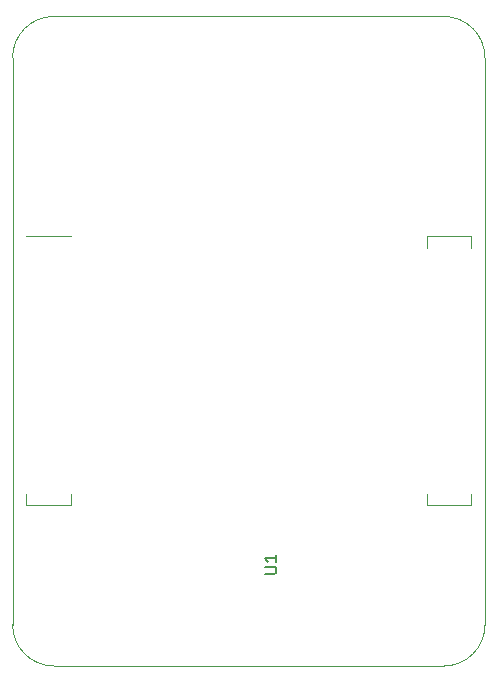
<source format=gto>
G04 #@! TF.GenerationSoftware,KiCad,Pcbnew,(5.1.10)-1*
G04 #@! TF.CreationDate,2022-01-13T23:05:02-08:00*
G04 #@! TF.ProjectId,PI-CM4Stencil,50492d43-4d34-4537-9465-6e63696c2e6b,rev?*
G04 #@! TF.SameCoordinates,Original*
G04 #@! TF.FileFunction,Legend,Top*
G04 #@! TF.FilePolarity,Positive*
%FSLAX46Y46*%
G04 Gerber Fmt 4.6, Leading zero omitted, Abs format (unit mm)*
G04 Created by KiCad (PCBNEW (5.1.10)-1) date 2022-01-13 23:05:02*
%MOMM*%
%LPD*%
G01*
G04 APERTURE LIST*
%ADD10C,0.120000*%
%ADD11C,0.150000*%
%ADD12C,6.100000*%
%ADD13R,0.700000X0.200000*%
G04 APERTURE END LIST*
D10*
X165090000Y-67790000D02*
X132090000Y-67790000D01*
X163660000Y-86390000D02*
X163660000Y-87390000D01*
X167440000Y-86390000D02*
X167440000Y-87390000D01*
X128590000Y-71290000D02*
X128590000Y-119290000D01*
X132090000Y-122790000D02*
X165090000Y-122790000D01*
X163660000Y-109190000D02*
X167440000Y-109190000D01*
X133520000Y-109190000D02*
X133520000Y-108190000D01*
X129740000Y-109190000D02*
X129740000Y-108190000D01*
X163660000Y-86390000D02*
X167440000Y-86390000D01*
X129740000Y-86390000D02*
X133520000Y-86390000D01*
X168590000Y-119290000D02*
X168590000Y-71290000D01*
X167440000Y-109190000D02*
X167440000Y-108190000D01*
X163660000Y-109190000D02*
X163660000Y-108190000D01*
X129740000Y-109190000D02*
X133520000Y-109190000D01*
X132090000Y-122790000D02*
G75*
G02*
X128590000Y-119290000I0J3500000D01*
G01*
X128590000Y-71290000D02*
G75*
G02*
X132090000Y-67790000I3500000J0D01*
G01*
X168590000Y-119290000D02*
G75*
G02*
X165090000Y-122790000I-3500000J0D01*
G01*
X165090000Y-67790000D02*
G75*
G02*
X168590000Y-71290000I0J-3500000D01*
G01*
D11*
X149922380Y-114971904D02*
X150731904Y-114971904D01*
X150827142Y-114924285D01*
X150874761Y-114876666D01*
X150922380Y-114781428D01*
X150922380Y-114590952D01*
X150874761Y-114495714D01*
X150827142Y-114448095D01*
X150731904Y-114400476D01*
X149922380Y-114400476D01*
X150922380Y-113400476D02*
X150922380Y-113971904D01*
X150922380Y-113686190D02*
X149922380Y-113686190D01*
X150065238Y-113781428D01*
X150160476Y-113876666D01*
X150208095Y-113971904D01*
%LPC*%
D12*
X132090000Y-71290000D03*
X165090000Y-119290000D03*
X132090000Y-119290000D03*
X165090000Y-71290000D03*
D13*
X130090000Y-87990000D03*
X133170000Y-87990000D03*
X130090000Y-88390000D03*
X133170000Y-88390000D03*
X130090000Y-88790000D03*
X133170000Y-88790000D03*
X130090000Y-89190000D03*
X133170000Y-89190000D03*
X130090000Y-89590000D03*
X133170000Y-89590000D03*
X130090000Y-89990000D03*
X133170000Y-89990000D03*
X130090000Y-90390000D03*
X133170000Y-90390000D03*
X130090000Y-90790000D03*
X133170000Y-90790000D03*
X130090000Y-91190000D03*
X133170000Y-91190000D03*
X130090000Y-91590000D03*
X133170000Y-91590000D03*
X130090000Y-91990000D03*
X133170000Y-91990000D03*
X130090000Y-92390000D03*
X133170000Y-92390000D03*
X130090000Y-92790000D03*
X133170000Y-92790000D03*
X130090000Y-93190000D03*
X133170000Y-93190000D03*
X130090000Y-93590000D03*
X133170000Y-93590000D03*
X130090000Y-93990000D03*
X133170000Y-93990000D03*
X130090000Y-94390000D03*
X133170000Y-94390000D03*
X130090000Y-94790000D03*
X133170000Y-94790000D03*
X130090000Y-95190000D03*
X133170000Y-95190000D03*
X130090000Y-95590000D03*
X133170000Y-95590000D03*
X130090000Y-95990000D03*
X133170000Y-95990000D03*
X130090000Y-96390000D03*
X133170000Y-96390000D03*
X130090000Y-96790000D03*
X133170000Y-96790000D03*
X130090000Y-97190000D03*
X133170000Y-97190000D03*
X130090000Y-97590000D03*
X133170000Y-97590000D03*
X130090000Y-97990000D03*
X133170000Y-97990000D03*
X130090000Y-98390000D03*
X133170000Y-98390000D03*
X130090000Y-98790000D03*
X133170000Y-98790000D03*
X130090000Y-99190000D03*
X133170000Y-99190000D03*
X130090000Y-99590000D03*
X133170000Y-99590000D03*
X130090000Y-99990000D03*
X133170000Y-99990000D03*
X130090000Y-100390000D03*
X133170000Y-100390000D03*
X130090000Y-100790000D03*
X133170000Y-100790000D03*
X130090000Y-101190000D03*
X133170000Y-101190000D03*
X130090000Y-101590000D03*
X133170000Y-101590000D03*
X130090000Y-101990000D03*
X133170000Y-101990000D03*
X130090000Y-102390000D03*
X133170000Y-102390000D03*
X130090000Y-102790000D03*
X133170000Y-102790000D03*
X130090000Y-103190000D03*
X133170000Y-103190000D03*
X130090000Y-103590000D03*
X133170000Y-103590000D03*
X130090000Y-103990000D03*
X133170000Y-103990000D03*
X130090000Y-104390000D03*
X133170000Y-104390000D03*
X130090000Y-104790000D03*
X133170000Y-104790000D03*
X130090000Y-105190000D03*
X133170000Y-105190000D03*
X130090000Y-105590000D03*
X133170000Y-105590000D03*
X130090000Y-105990000D03*
X133170000Y-105990000D03*
X130090000Y-106390000D03*
X133170000Y-106390000D03*
X130090000Y-106790000D03*
X133170000Y-106790000D03*
X130090000Y-107190000D03*
X133170000Y-107190000D03*
X130090000Y-107590000D03*
X133170000Y-107590000D03*
X164010000Y-87990000D03*
X167090000Y-87990000D03*
X164010000Y-88390000D03*
X167090000Y-88390000D03*
X164010000Y-88790000D03*
X167090000Y-88790000D03*
X164010000Y-89190000D03*
X167090000Y-89190000D03*
X164010000Y-89590000D03*
X167090000Y-89590000D03*
X164010000Y-89990000D03*
X167090000Y-89990000D03*
X164010000Y-90390000D03*
X167090000Y-90390000D03*
X164010000Y-90790000D03*
X167090000Y-90790000D03*
X164010000Y-91190000D03*
X167090000Y-91190000D03*
X164010000Y-91590000D03*
X167090000Y-91590000D03*
X164010000Y-91990000D03*
X167090000Y-91990000D03*
X164010000Y-92390000D03*
X167090000Y-92390000D03*
X164010000Y-92790000D03*
X167090000Y-92790000D03*
X164010000Y-93190000D03*
X167090000Y-93190000D03*
X164010000Y-93590000D03*
X167090000Y-93590000D03*
X164010000Y-93990000D03*
X167090000Y-93990000D03*
X164010000Y-94390000D03*
X167090000Y-94390000D03*
X164010000Y-94790000D03*
X167090000Y-94790000D03*
X164010000Y-95190000D03*
X167090000Y-95190000D03*
X164010000Y-95590000D03*
X167090000Y-95590000D03*
X164010000Y-95990000D03*
X167090000Y-95990000D03*
X164010000Y-96390000D03*
X167090000Y-96390000D03*
X164010000Y-96790000D03*
X167090000Y-96790000D03*
X164010000Y-97190000D03*
X167090000Y-97190000D03*
X164010000Y-97590000D03*
X167090000Y-97590000D03*
X164010000Y-97990000D03*
X167090000Y-97990000D03*
X164010000Y-98390000D03*
X167090000Y-98390000D03*
X164010000Y-98790000D03*
X167090000Y-98790000D03*
X164010000Y-99190000D03*
X167090000Y-99190000D03*
X164010000Y-99590000D03*
X167090000Y-99590000D03*
X164010000Y-99990000D03*
X167090000Y-99990000D03*
X164010000Y-100390000D03*
X167090000Y-100390000D03*
X164010000Y-100790000D03*
X167090000Y-100790000D03*
X164010000Y-101190000D03*
X167090000Y-101190000D03*
X164010000Y-101590000D03*
X167090000Y-101590000D03*
X164010000Y-101990000D03*
X167090000Y-101990000D03*
X164010000Y-102390000D03*
X167090000Y-102390000D03*
X164010000Y-102790000D03*
X167090000Y-102790000D03*
X164010000Y-103190000D03*
X167090000Y-103190000D03*
X164010000Y-103590000D03*
X167090000Y-103590000D03*
X164010000Y-103990000D03*
X167090000Y-103990000D03*
X164010000Y-104390000D03*
X167090000Y-104390000D03*
X164010000Y-104790000D03*
X167090000Y-104790000D03*
X164010000Y-105190000D03*
X167090000Y-105190000D03*
X164010000Y-105590000D03*
X167090000Y-105590000D03*
X164010000Y-105990000D03*
X167090000Y-105990000D03*
X164010000Y-106390000D03*
X167090000Y-106390000D03*
X164010000Y-106790000D03*
X167090000Y-106790000D03*
X164010000Y-107190000D03*
X167090000Y-107190000D03*
X164010000Y-107590000D03*
X167090000Y-107590000D03*
M02*

</source>
